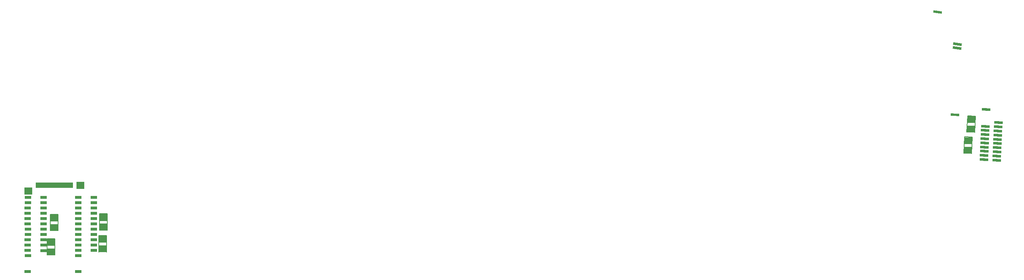
<source format=gbr>
*
G4_C Author: OrCAD GerbTool(tm) 8.1.1 Wed Jun 18 21:21:11 2003*
%LPD*%
%FSLAX34Y34*%
%MOIN*%
%AD*%
%AMD26R98*
20,1,0.027000,0.000000,-0.036000,0.000000,0.036000,98.600000*
%
%AMD26R98N2*
20,1,0.027000,0.000000,-0.036000,0.000000,0.036000,98.600000*
%
%AMD26R86*
20,1,0.027000,0.000000,-0.036000,0.000000,0.036000,86.080000*
%
%AMD17R5*
20,1,0.027000,-0.036000,0.000000,0.036000,0.000000,5.450000*
%
%AMD17R5N2*
20,1,0.027000,-0.036000,0.000000,0.036000,0.000000,5.450000*
%
%AMD29R3*
20,1,0.027000,0.035920,-0.002460,-0.035920,0.002460,3.950000*
%
%AMD29R3N2*
20,1,0.027000,0.035920,-0.002460,-0.035920,0.002460,3.910000*
%
%AMD29R3N3*
20,1,0.027000,0.035920,-0.002460,-0.035920,0.002460,3.920000*
%
%AMD29R81*
20,1,0.022000,0.000000,-0.040000,0.000000,0.040000,81.800000*
%
%AMD30R87*
20,1,0.024000,0.000000,-0.041000,0.000000,0.041000,87.000000*
%
%AMD26R87*
20,1,0.027000,0.000000,-0.036000,0.000000,0.036000,87.000000*
%
%AMD29R87*
20,1,0.022000,0.000000,-0.040000,0.000000,0.040000,87.000000*
%
%AMD29R82*
20,1,0.022000,0.000000,-0.040000,0.000000,0.040000,82.200000*
%
%AMD30R82*
20,1,0.024000,0.000000,-0.041000,0.000000,0.041000,82.200000*
%
%AMD30R87N2*
20,1,0.024000,0.000000,-0.041000,0.000000,0.041000,87.400000*
%
%AMD26R87N2*
20,1,0.027000,0.000000,-0.036000,0.000000,0.036000,87.400000*
%
%AMD29R87N2*
20,1,0.022000,0.000000,-0.040000,0.000000,0.040000,87.400000*
%
%ADD10R,0.050000X0.050000*%
%ADD11C,0.006000*%
%ADD12C,0.019000*%
%ADD13C,0.007900*%
%ADD14C,0.005000*%
%ADD15C,0.000800*%
%ADD16R,0.070000X0.025000*%
%ADD17R,0.068000X0.023000*%
%ADD18C,0.006000*%
%ADD19C,0.009800*%
%ADD20C,0.010000*%
%ADD21C,0.030000*%
%ADD22C,0.060000*%
%ADD23C,0.035000*%
%ADD24C,0.055000*%
%ADD25C,0.065000*%
%ADD26R,0.027000X0.072000*%
%ADD27D26R98*%
%ADD28R,0.031000X0.060000*%
%ADD29R,0.022000X0.080000*%
%ADD30R,0.024000X0.082000*%
%ADD31D17R5N2*%
%ADD32D29R3*%
%ADD33R,0.072000X0.027000*%
%ADD34R,0.072000X0.027000*%
%ADD35D29R81*%
%ADD36D30R87*%
%ADD37D26R87*%
%ADD38D29R87*%
%ADD39D29R82*%
%ADD40D30R82*%
%ADD41D30R87N2*%
%ADD42D26R87N2*%
%ADD43D29R87N2*%
%ADD256R,0.060000X0.031000*%
G4_C OrCAD GerbTool Tool List *
G54D10*
G1X2750Y10023D2*
G1X5750Y10023D1*
G54D33*
G1X6708Y10022D3*
G1X6708Y10206D3*
G1X6708Y9822D3*
G54D256*
G1X7976Y8875D3*
G1X7976Y8376D3*
G1X7976Y7875D3*
G1X7976Y5376D3*
G1X7976Y5875D3*
G1X7977Y6375D3*
G1X7977Y6875D3*
G1X7976Y7375D3*
G1X7977Y3874D3*
G1X7976Y4376D3*
G1X7976Y4875D3*
G1X6507Y8877D3*
G1X6507Y8378D3*
G1X6506Y7876D3*
G1X6506Y7377D3*
G1X6506Y6878D3*
G1X6506Y6377D3*
G1X6507Y5877D3*
G1X6507Y5378D3*
G1X6505Y4877D3*
G1X6506Y4378D3*
G1X6506Y3877D3*
G1X6506Y1877D3*
G1X6507Y3377D3*
G54D33*
G1X8812Y3839D3*
G1X8811Y4037D3*
G1X8812Y4221D3*
G1X8813Y4740D3*
G1X8814Y4939D3*
G1X8813Y5122D3*
G1X9177Y5279D2*
G54D18*
G1X9177Y3734D1*
G1X9177Y5280D2*
G1X8440Y5280D1*
G1X8440Y5281D2*
G1X8440Y3734D1*
G54D33*
G1X8889Y5903D3*
G1X8888Y6101D3*
G1X8889Y6285D3*
G1X8890Y6804D3*
G1X8891Y7003D3*
G1X8890Y7186D3*
G1X9253Y7342D2*
G54D18*
G1X9253Y5797D1*
G1X9253Y7343D2*
G1X8516Y7343D1*
G1X8516Y7344D2*
G1X8516Y5797D1*
G54D33*
G1X1805Y9292D3*
G1X1805Y9492D3*
G1X1805Y9676D3*
G54D256*
G1X3237Y8873D3*
G1X3237Y8374D3*
G1X3237Y7873D3*
G1X3237Y5374D3*
G1X3237Y5873D3*
G1X3238Y6373D3*
G1X3238Y6873D3*
G1X3237Y7373D3*
G1X3238Y3872D3*
G1X3237Y4374D3*
G1X3237Y4873D3*
G1X1767Y8875D3*
G1X1767Y8376D3*
G1X1766Y7874D3*
G1X1766Y7375D3*
G1X1766Y6876D3*
G1X1766Y6375D3*
G1X1767Y5875D3*
G1X1767Y5376D3*
G1X1765Y4875D3*
G1X1766Y4376D3*
G1X1766Y3875D3*
G1X1766Y1874D3*
G1X1767Y3375D3*
G54D33*
G1X3947Y3549D3*
G1X3946Y3747D3*
G1X3947Y3931D3*
G1X3948Y4450D3*
G1X3949Y4649D3*
G1X3948Y4832D3*
G1X4312Y4988D2*
G54D18*
G1X4312Y3443D1*
G1X4312Y4989D2*
G1X3575Y4989D1*
G1X3575Y4990D2*
G1X3575Y3443D1*
G54D33*
G1X4266Y5853D3*
G1X4265Y6051D3*
G1X4266Y6235D3*
G1X4267Y6754D3*
G1X4268Y6953D3*
G1X4267Y7136D3*
G1X4631Y7292D2*
G54D18*
G1X4631Y5747D1*
G1X4631Y7293D2*
G1X3894Y7293D1*
G1X3894Y7294D2*
G1X3894Y5747D1*
G54D39*
G1X87410Y26402D3*
G54D40*
G1X89241Y22973D3*
G1X89290Y23363D3*
G54D41*
G1X92972Y12401D3*
G1X92990Y12795D3*
G1X93008Y13188D3*
G1X93026Y13581D3*
G1X93044Y13974D3*
G1X93062Y14367D3*
G1X93079Y14760D3*
G1X93097Y15154D3*
G1X93115Y15548D3*
G1X93133Y15940D3*
G1X91772Y12455D3*
G1X91790Y12849D3*
G1X91808Y13242D3*
G1X91826Y13635D3*
G1X91844Y14029D3*
G1X91862Y14421D3*
G1X91880Y14815D3*
G1X91898Y15208D3*
G1X91915Y15602D3*
G1X91987Y17173D3*
G54D42*
G1X90264Y13152D3*
G1X90272Y13350D3*
G1X90281Y13534D3*
G1X90305Y14053D3*
G1X90315Y14251D3*
G1X90323Y14434D3*
G1X90693Y14573D2*
G54D18*
G1X90623Y13030D1*
G1X90694Y14574D2*
G1X89957Y14608D1*
G1X89957Y14609D2*
G1X89887Y13063D1*
G54D42*
G1X90542Y15141D3*
G1X90550Y15339D3*
G1X90559Y15523D3*
G1X90584Y16041D3*
G1X90594Y16240D3*
G1X90601Y16423D3*
G1X90972Y16562D2*
G54D18*
G1X90902Y15018D1*
G1X90972Y16563D2*
G1X90236Y16596D1*
G1X90236Y16597D2*
G1X90166Y15052D1*
G54D43*
G1X89059Y16685D3*
M2*

</source>
